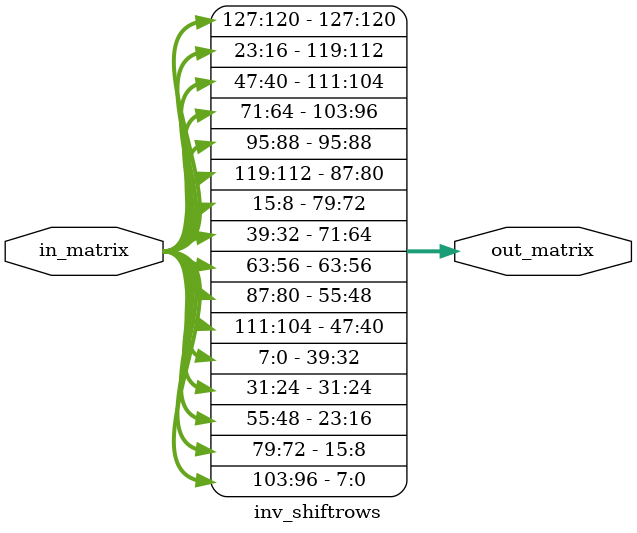
<source format=v>

module inv_shiftrows(
    input [127:0] in_matrix,
    output reg [127:0] out_matrix
);

	always @(*) begin
	  out_matrix[127:120] = in_matrix[127:120];
	  out_matrix[87:80] = in_matrix[119:112];
	  out_matrix[47:40] = in_matrix[111:104];
	  out_matrix[7:0] =  in_matrix[103:96];
     	 
	  out_matrix[95:88] = in_matrix[95:88];
	  out_matrix[55:48] = in_matrix[87:80];
	  out_matrix[15:8] = in_matrix[79:72];
	  out_matrix[103:96] = in_matrix[71:64];
	 
	  out_matrix[63:56] = in_matrix[63:56];
	  out_matrix[23:16] = in_matrix[55:48];
	  out_matrix[111:104] = in_matrix[47:40];
	  out_matrix[71:64] = in_matrix[39:32];
	 
	  out_matrix[31:24] = in_matrix[31:24];
	  out_matrix[119:112] = in_matrix[23:16];
	  out_matrix[79:72] =  in_matrix[15:8];
	  out_matrix[39:32] = in_matrix[7:0];
	end

endmodule 
</source>
